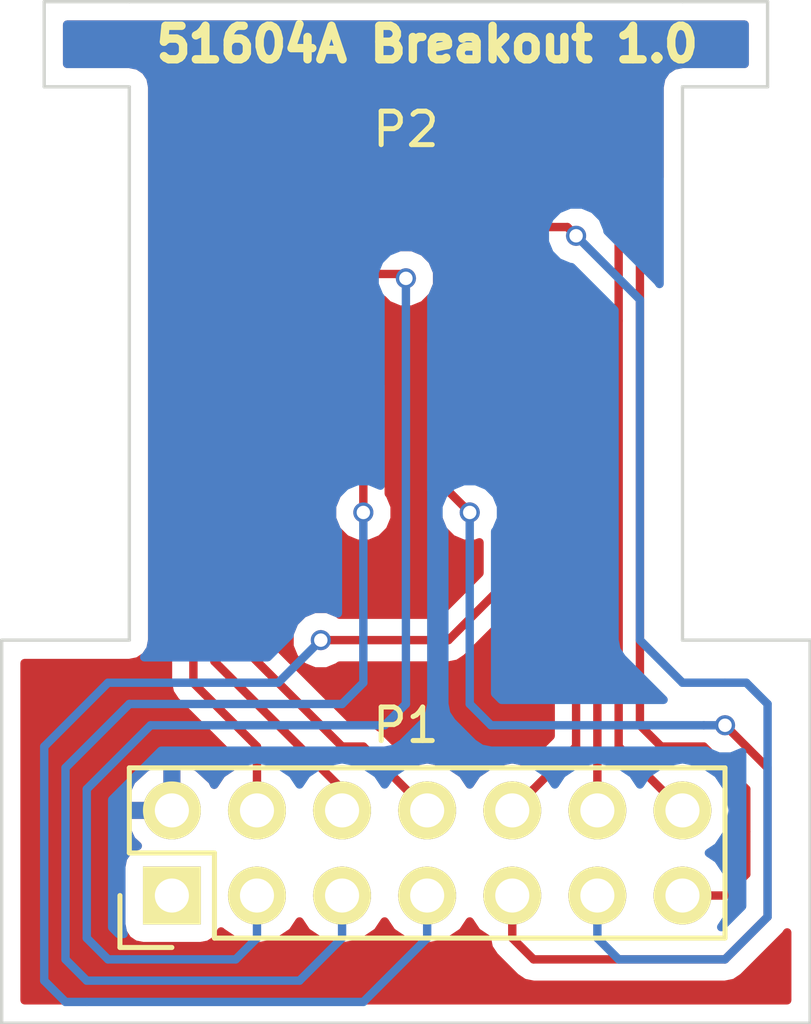
<source format=kicad_pcb>
(kicad_pcb (version 4) (host pcbnew 0.201506122246+5743~23~ubuntu14.04.1-product)

  (general
    (links 13)
    (no_connects 0)
    (area 31.086667 32.969999 58.470001 63.550001)
    (thickness 1.6)
    (drawings 15)
    (tracks 129)
    (zones 0)
    (modules 2)
    (nets 15)
  )

  (page A4)
  (layers
    (0 F.Cu signal)
    (31 B.Cu signal)
    (32 B.Adhes user)
    (33 F.Adhes user)
    (34 B.Paste user)
    (35 F.Paste user)
    (36 B.SilkS user)
    (37 F.SilkS user)
    (38 B.Mask user)
    (39 F.Mask user)
    (40 Dwgs.User user)
    (41 Cmts.User user)
    (42 Eco1.User user)
    (43 Eco2.User user)
    (44 Edge.Cuts user)
    (45 Margin user)
    (46 B.CrtYd user)
    (47 F.CrtYd user)
    (48 B.Fab user)
    (49 F.Fab user)
  )

  (setup
    (last_trace_width 0.25)
    (trace_clearance 0.2)
    (zone_clearance 0.508)
    (zone_45_only no)
    (trace_min 0.2)
    (segment_width 0.2)
    (edge_width 0.1)
    (via_size 0.6)
    (via_drill 0.4)
    (via_min_size 0.4)
    (via_min_drill 0.3)
    (uvia_size 0.3)
    (uvia_drill 0.1)
    (uvias_allowed no)
    (uvia_min_size 0.2)
    (uvia_min_drill 0.1)
    (pcb_text_width 0.3)
    (pcb_text_size 1.5 1.5)
    (mod_edge_width 0.15)
    (mod_text_size 1 1)
    (mod_text_width 0.15)
    (pad_size 1.5 1.5)
    (pad_drill 0.6)
    (pad_to_mask_clearance 0)
    (aux_axis_origin 0 0)
    (visible_elements FFFFFF7F)
    (pcbplotparams
      (layerselection 0x00000_00000001)
      (usegerberextensions false)
      (excludeedgelayer false)
      (linewidth 0.100000)
      (plotframeref false)
      (viasonmask false)
      (mode 1)
      (useauxorigin false)
      (hpglpennumber 1)
      (hpglpenspeed 20)
      (hpglpendiameter 15)
      (hpglpenoverlay 2)
      (psnegative false)
      (psa4output false)
      (plotreference true)
      (plotvalue true)
      (plotinvisibletext false)
      (padsonsilk false)
      (subtractmaskfromsilk false)
      (outputformat 4)
      (mirror false)
      (drillshape 0)
      (scaleselection 1)
      (outputdirectory ""))
  )

  (net 0 "")
  (net 1 "Net-(P1-Pad1)")
  (net 2 /VCC)
  (net 3 "Net-(P1-Pad3)")
  (net 4 "Net-(P1-Pad4)")
  (net 5 "Net-(P1-Pad5)")
  (net 6 "Net-(P1-Pad6)")
  (net 7 "Net-(P1-Pad7)")
  (net 8 "Net-(P1-Pad8)")
  (net 9 "Net-(P1-Pad9)")
  (net 10 "Net-(P1-Pad10)")
  (net 11 "Net-(P1-Pad11)")
  (net 12 "Net-(P1-Pad12)")
  (net 13 "Net-(P1-Pad13)")
  (net 14 "Net-(P1-Pad14)")

  (net_class Default "This is the default net class."
    (clearance 0.2)
    (trace_width 0.25)
    (via_dia 0.6)
    (via_drill 0.4)
    (uvia_dia 0.3)
    (uvia_drill 0.1)
    (add_net "Net-(P1-Pad1)")
    (add_net "Net-(P1-Pad10)")
    (add_net "Net-(P1-Pad11)")
    (add_net "Net-(P1-Pad12)")
    (add_net "Net-(P1-Pad13)")
    (add_net "Net-(P1-Pad14)")
    (add_net "Net-(P1-Pad3)")
    (add_net "Net-(P1-Pad4)")
    (add_net "Net-(P1-Pad5)")
    (add_net "Net-(P1-Pad6)")
    (add_net "Net-(P1-Pad7)")
    (add_net "Net-(P1-Pad8)")
    (add_net "Net-(P1-Pad9)")
  )

  (net_class VCC ""
    (clearance 0.2)
    (trace_width 0.5)
    (via_dia 0.6)
    (via_drill 0.4)
    (uvia_dia 0.3)
    (uvia_drill 0.1)
    (add_net /VCC)
  )

  (module Pin_Headers:Pin_Header_Straight_2x07 (layer F.Cu) (tedit 55842672) (tstamp 5583F767)
    (at 39.37 59.69 90)
    (descr "Through hole pin header")
    (tags "pin header")
    (path /5582B2A2)
    (fp_text reference P1 (at 5.08 6.985 180) (layer F.SilkS)
      (effects (font (size 1 1) (thickness 0.15)))
    )
    (fp_text value CONN_02X07 (at 1.905 -3.175 90) (layer F.Fab)
      (effects (font (size 1 1) (thickness 0.15)))
    )
    (fp_line (start -1.75 -1.75) (end -1.75 17) (layer F.CrtYd) (width 0.05))
    (fp_line (start 4.3 -1.75) (end 4.3 17) (layer F.CrtYd) (width 0.05))
    (fp_line (start -1.75 -1.75) (end 4.3 -1.75) (layer F.CrtYd) (width 0.05))
    (fp_line (start -1.75 17) (end 4.3 17) (layer F.CrtYd) (width 0.05))
    (fp_line (start 3.81 16.51) (end 3.81 -1.27) (layer F.SilkS) (width 0.15))
    (fp_line (start -1.27 1.27) (end -1.27 16.51) (layer F.SilkS) (width 0.15))
    (fp_line (start 3.81 16.51) (end -1.27 16.51) (layer F.SilkS) (width 0.15))
    (fp_line (start 3.81 -1.27) (end 1.27 -1.27) (layer F.SilkS) (width 0.15))
    (fp_line (start 0 -1.55) (end -1.55 -1.55) (layer F.SilkS) (width 0.15))
    (fp_line (start 1.27 -1.27) (end 1.27 1.27) (layer F.SilkS) (width 0.15))
    (fp_line (start 1.27 1.27) (end -1.27 1.27) (layer F.SilkS) (width 0.15))
    (fp_line (start -1.55 -1.55) (end -1.55 0) (layer F.SilkS) (width 0.15))
    (pad 1 thru_hole rect (at 0 0 90) (size 1.7272 1.7272) (drill 1.016) (layers *.Cu *.Mask F.SilkS)
      (net 1 "Net-(P1-Pad1)"))
    (pad 2 thru_hole oval (at 2.54 0 90) (size 1.7272 1.7272) (drill 1.016) (layers *.Cu *.Mask F.SilkS)
      (net 2 /VCC))
    (pad 3 thru_hole oval (at 0 2.54 90) (size 1.7272 1.7272) (drill 1.016) (layers *.Cu *.Mask F.SilkS)
      (net 3 "Net-(P1-Pad3)"))
    (pad 4 thru_hole oval (at 2.54 2.54 90) (size 1.7272 1.7272) (drill 1.016) (layers *.Cu *.Mask F.SilkS)
      (net 4 "Net-(P1-Pad4)"))
    (pad 5 thru_hole oval (at 0 5.08 90) (size 1.7272 1.7272) (drill 1.016) (layers *.Cu *.Mask F.SilkS)
      (net 5 "Net-(P1-Pad5)"))
    (pad 6 thru_hole oval (at 2.54 5.08 90) (size 1.7272 1.7272) (drill 1.016) (layers *.Cu *.Mask F.SilkS)
      (net 6 "Net-(P1-Pad6)"))
    (pad 7 thru_hole oval (at 0 7.62 90) (size 1.7272 1.7272) (drill 1.016) (layers *.Cu *.Mask F.SilkS)
      (net 7 "Net-(P1-Pad7)"))
    (pad 8 thru_hole oval (at 2.54 7.62 90) (size 1.7272 1.7272) (drill 1.016) (layers *.Cu *.Mask F.SilkS)
      (net 8 "Net-(P1-Pad8)"))
    (pad 9 thru_hole oval (at 0 10.16 90) (size 1.7272 1.7272) (drill 1.016) (layers *.Cu *.Mask F.SilkS)
      (net 9 "Net-(P1-Pad9)"))
    (pad 10 thru_hole oval (at 2.54 10.16 90) (size 1.7272 1.7272) (drill 1.016) (layers *.Cu *.Mask F.SilkS)
      (net 10 "Net-(P1-Pad10)"))
    (pad 11 thru_hole oval (at 0 12.7 90) (size 1.7272 1.7272) (drill 1.016) (layers *.Cu *.Mask F.SilkS)
      (net 11 "Net-(P1-Pad11)"))
    (pad 12 thru_hole oval (at 2.54 12.7 90) (size 1.7272 1.7272) (drill 1.016) (layers *.Cu *.Mask F.SilkS)
      (net 12 "Net-(P1-Pad12)"))
    (pad 13 thru_hole oval (at 0 15.24 90) (size 1.7272 1.7272) (drill 1.016) (layers *.Cu *.Mask F.SilkS)
      (net 13 "Net-(P1-Pad13)"))
    (pad 14 thru_hole oval (at 2.54 15.24 90) (size 1.7272 1.7272) (drill 1.016) (layers *.Cu *.Mask F.SilkS)
      (net 14 "Net-(P1-Pad14)"))
    (model Pin_Headers.3dshapes/Pin_Header_Straight_2x07.wrl
      (at (xyz 0.05 -0.3 0))
      (scale (xyz 1 1 1))
      (rotate (xyz 0 0 90))
    )
  )

  (module myParts:SpringContact (layer F.Cu) (tedit 55842667) (tstamp 5583F778)
    (at 44.45 45.72)
    (path /5582DC46)
    (fp_text reference P2 (at 1.905 -8.89) (layer F.SilkS)
      (effects (font (size 1 1) (thickness 0.15)))
    )
    (fp_text value Printhead (at 1.905 1.27) (layer F.Fab)
      (effects (font (size 1 1) (thickness 0.15)))
    )
    (pad 5 smd rect (at -1.05 -0.375) (size 2.1 0.75) (layers F.Cu F.Paste F.Mask)
      (net 8 "Net-(P1-Pad8)"))
    (pad 4 smd rect (at -1.05 -1.775) (size 2.1 0.75) (layers F.Cu F.Paste F.Mask)
      (net 5 "Net-(P1-Pad5)"))
    (pad 3 smd rect (at -1.05 -3.175) (size 2.1 0.75) (layers F.Cu F.Paste F.Mask)
      (net 6 "Net-(P1-Pad6)"))
    (pad 2 smd rect (at -1.05 -4.575) (size 2.1 0.75) (layers F.Cu F.Paste F.Mask)
      (net 3 "Net-(P1-Pad3)"))
    (pad 1 smd rect (at -1.05 -5.975) (size 2.1 0.75) (layers F.Cu F.Paste F.Mask)
      (net 4 "Net-(P1-Pad4)"))
    (pad 13 smd rect (at -1.05 -7.575) (size 2.1 0.75) (layers F.Cu F.Paste F.Mask)
      (net 2 /VCC))
    (pad 12 smd rect (at 4.86 -8.775) (size 2.1 0.75) (layers F.Cu F.Paste F.Mask)
      (net 13 "Net-(P1-Pad13)"))
    (pad 6 smd rect (at 4.86 -0.375) (size 2.1 0.75) (layers F.Cu F.Paste F.Mask)
      (net 7 "Net-(P1-Pad7)"))
    (pad 7 smd rect (at 4.86 -1.775) (size 2.1 0.75) (layers F.Cu F.Paste F.Mask)
      (net 10 "Net-(P1-Pad10)"))
    (pad 8 smd rect (at 4.86 -3.175) (size 2.1 0.75) (layers F.Cu F.Paste F.Mask)
      (net 9 "Net-(P1-Pad9)"))
    (pad 9 smd rect (at 4.86 -4.575) (size 2.1 0.75) (layers F.Cu F.Paste F.Mask)
      (net 12 "Net-(P1-Pad12)"))
    (pad 10 smd rect (at 4.86 -5.975) (size 2.1 0.75) (layers F.Cu F.Paste F.Mask)
      (net 11 "Net-(P1-Pad11)"))
    (pad 11 smd rect (at 4.86 -7.375) (size 2.1 0.75) (layers F.Cu F.Paste F.Mask)
      (net 14 "Net-(P1-Pad14)"))
  )

  (gr_text "51604A Breakout 1.0" (at 46.99 34.29) (layer F.SilkS)
    (effects (font (size 1 1) (thickness 0.25)))
  )
  (gr_line (start 57.15 33.02) (end 54.61 33.02) (angle 90) (layer Edge.Cuts) (width 0.1))
  (gr_line (start 57.15 35.56) (end 57.15 33.02) (angle 90) (layer Edge.Cuts) (width 0.1))
  (gr_line (start 54.61 35.56) (end 57.15 35.56) (angle 90) (layer Edge.Cuts) (width 0.1))
  (gr_line (start 35.56 33.02) (end 38.1 33.02) (angle 90) (layer Edge.Cuts) (width 0.1))
  (gr_line (start 35.56 35.56) (end 35.56 33.02) (angle 90) (layer Edge.Cuts) (width 0.1))
  (gr_line (start 38.1 35.56) (end 35.56 35.56) (angle 90) (layer Edge.Cuts) (width 0.1))
  (gr_line (start 38.1 35.56) (end 38.1 52.07) (angle 90) (layer Edge.Cuts) (width 0.1))
  (gr_line (start 54.61 35.56) (end 54.61 52.07) (angle 90) (layer Edge.Cuts) (width 0.1))
  (gr_line (start 58.42 52.07) (end 58.42 63.5) (angle 90) (layer Edge.Cuts) (width 0.1))
  (gr_line (start 54.61 52.07) (end 58.42 52.07) (angle 90) (layer Edge.Cuts) (width 0.1))
  (gr_line (start 34.29 52.07) (end 38.1 52.07) (angle 90) (layer Edge.Cuts) (width 0.1))
  (gr_line (start 34.29 63.5) (end 34.29 52.07) (angle 90) (layer Edge.Cuts) (width 0.1))
  (gr_line (start 58.42 63.5) (end 34.29 63.5) (angle 90) (layer Edge.Cuts) (width 0.1))
  (gr_line (start 38.1 33.02) (end 54.61 33.02) (angle 90) (layer Edge.Cuts) (width 0.1))

  (segment (start 46.355 41.275) (end 46.225 41.145) (width 0.25) (layer F.Cu) (net 3))
  (segment (start 46.355 53.975) (end 46.355 41.275) (width 0.25) (layer B.Cu) (net 3) (tstamp 55841BCA))
  (via (at 46.355 41.275) (size 0.6) (layers F.Cu B.Cu) (net 3))
  (segment (start 38.735 54.61) (end 43.815 54.61) (width 0.25) (layer B.Cu) (net 3))
  (segment (start 41.91 60.96) (end 41.275 61.595) (width 0.25) (layer B.Cu) (net 3) (tstamp 558418D8))
  (segment (start 41.275 61.595) (end 38.1 61.595) (width 0.25) (layer B.Cu) (net 3) (tstamp 558418D9))
  (segment (start 38.1 61.595) (end 37.465 61.595) (width 0.25) (layer B.Cu) (net 3) (tstamp 558418DB))
  (segment (start 37.465 61.595) (end 36.83 60.96) (width 0.25) (layer B.Cu) (net 3) (tstamp 558418DC))
  (segment (start 36.83 60.96) (end 36.83 56.515) (width 0.25) (layer B.Cu) (net 3) (tstamp 558418DD))
  (segment (start 36.83 56.515) (end 38.735 54.61) (width 0.25) (layer B.Cu) (net 3) (tstamp 558418DF))
  (segment (start 41.91 59.69) (end 41.91 60.96) (width 0.25) (layer B.Cu) (net 3))
  (segment (start 43.815 54.61) (end 45.72 54.61) (width 0.25) (layer B.Cu) (net 3) (tstamp 558419B4))
  (segment (start 45.72 54.61) (end 46.355 53.975) (width 0.25) (layer B.Cu) (net 3))
  (segment (start 46.225 41.145) (end 43.4 41.145) (width 0.25) (layer F.Cu) (net 3) (tstamp 55842510))
  (segment (start 43.4 41.145) (end 43.53 41.275) (width 0.25) (layer F.Cu) (net 3))
  (segment (start 40.64 53.975) (end 40.012502 53.347502) (width 0.25) (layer F.Cu) (net 4))
  (segment (start 43.4 39.745) (end 41.535 39.745) (width 0.25) (layer F.Cu) (net 4) (tstamp 558416AC))
  (segment (start 41.91 55.245) (end 41.91 57.15) (width 0.25) (layer F.Cu) (net 4))
  (segment (start 40.64 40.64) (end 41.275 40.005) (width 0.25) (layer F.Cu) (net 4) (tstamp 5584168C))
  (segment (start 41.91 55.245) (end 40.64 53.975) (width 0.25) (layer F.Cu) (net 4) (tstamp 55841684))
  (segment (start 41.275 40.005) (end 41.535 39.745) (width 0.25) (layer F.Cu) (net 4))
  (segment (start 40.012502 41.267498) (end 40.64 40.64) (width 0.25) (layer F.Cu) (net 4) (tstamp 55841784))
  (segment (start 40.012502 53.347502) (end 40.012502 41.267498) (width 0.25) (layer F.Cu) (net 4) (tstamp 5584177F))
  (segment (start 43.66 40.005) (end 43.4 39.745) (width 0.25) (layer F.Cu) (net 4) (tstamp 55840A6E))
  (segment (start 44.45 53.975) (end 45.085 53.34) (width 0.25) (layer B.Cu) (net 5))
  (segment (start 38.1 53.975) (end 42.995002 53.975) (width 0.25) (layer B.Cu) (net 5) (tstamp 55841EF7))
  (segment (start 42.995002 53.975) (end 44.45 53.975) (width 0.25) (layer B.Cu) (net 5) (tstamp 55841EF9))
  (segment (start 45.085 44.45) (end 44.58 43.945) (width 0.25) (layer F.Cu) (net 5))
  (via (at 45.085 48.26) (size 0.6) (layers F.Cu B.Cu) (net 5))
  (segment (start 45.085 48.26) (end 45.085 45.085) (width 0.25) (layer F.Cu) (net 5) (tstamp 55841C25))
  (segment (start 44.45 59.69) (end 44.45 60.96) (width 0.25) (layer B.Cu) (net 5))
  (segment (start 36.195 61.595) (end 36.195 55.88) (width 0.25) (layer B.Cu) (net 5) (tstamp 558419E7))
  (segment (start 36.83 62.23) (end 36.195 61.595) (width 0.25) (layer B.Cu) (net 5) (tstamp 558419E6))
  (segment (start 37.465 62.23) (end 36.83 62.23) (width 0.25) (layer B.Cu) (net 5) (tstamp 558419E5))
  (segment (start 43.18 62.23) (end 37.465 62.23) (width 0.25) (layer B.Cu) (net 5) (tstamp 558419E4))
  (segment (start 44.45 60.96) (end 43.18 62.23) (width 0.25) (layer B.Cu) (net 5) (tstamp 558419E3))
  (segment (start 45.085 44.45) (end 45.085 45.085) (width 0.25) (layer F.Cu) (net 5))
  (segment (start 44.58 43.945) (end 43.4 43.945) (width 0.25) (layer F.Cu) (net 5) (tstamp 55841C31))
  (segment (start 36.195 55.88) (end 38.1 53.975) (width 0.25) (layer B.Cu) (net 5))
  (segment (start 45.085 53.34) (end 45.085 48.26) (width 0.25) (layer B.Cu) (net 5) (tstamp 558424D2))
  (segment (start 43.945 43.945) (end 43.4 43.945) (width 0.25) (layer F.Cu) (net 5) (tstamp 55841C28))
  (segment (start 44.45 57.15) (end 44.45 56.515) (width 0.25) (layer F.Cu) (net 6))
  (segment (start 44.45 56.515) (end 43.18 55.245) (width 0.25) (layer F.Cu) (net 6))
  (segment (start 41.275 43.18) (end 41.91 42.545) (width 0.25) (layer F.Cu) (net 6))
  (segment (start 44.45 56.515) (end 44.45 56.515) (width 0.25) (layer F.Cu) (net 6))
  (segment (start 41.91 42.545) (end 43.4 42.545) (width 0.25) (layer F.Cu) (net 6) (tstamp 558416D5))
  (segment (start 41.275 43.18) (end 40.64 43.815) (width 0.25) (layer F.Cu) (net 6))
  (segment (start 40.64 52.705) (end 40.64 43.815) (width 0.25) (layer F.Cu) (net 6) (tstamp 558417AF))
  (segment (start 43.18 55.245) (end 40.64 52.705) (width 0.25) (layer F.Cu) (net 6) (tstamp 558417AE))
  (segment (start 42.545 42.545) (end 43.4 42.545) (width 0.25) (layer F.Cu) (net 6) (tstamp 5584009F))
  (segment (start 43.815 52.07) (end 42.545 53.34) (width 0.25) (layer B.Cu) (net 7))
  (segment (start 35.56 55.245) (end 37.465 53.34) (width 0.25) (layer B.Cu) (net 7))
  (segment (start 46.99 60.96) (end 45.085 62.865) (width 0.25) (layer B.Cu) (net 7) (tstamp 55841A05))
  (segment (start 45.085 62.865) (end 36.83 62.865) (width 0.25) (layer B.Cu) (net 7) (tstamp 55841A08))
  (segment (start 36.83 62.865) (end 36.195 62.865) (width 0.25) (layer B.Cu) (net 7) (tstamp 55841A0A))
  (segment (start 36.195 62.865) (end 35.56 62.23) (width 0.25) (layer B.Cu) (net 7) (tstamp 55841A0C))
  (segment (start 35.56 62.23) (end 35.56 55.245) (width 0.25) (layer B.Cu) (net 7) (tstamp 55841A0E))
  (segment (start 46.99 59.69) (end 46.99 60.96) (width 0.25) (layer B.Cu) (net 7))
  (segment (start 47.625 52.07) (end 49.31 50.385) (width 0.25) (layer F.Cu) (net 7))
  (segment (start 43.815 52.07) (end 47.625 52.07) (width 0.25) (layer F.Cu) (net 7) (tstamp 55841C0C))
  (via (at 43.815 52.07) (size 0.6) (layers F.Cu B.Cu) (net 7))
  (segment (start 49.31 50.385) (end 49.31 45.345) (width 0.25) (layer F.Cu) (net 7) (tstamp 55841C3D))
  (segment (start 42.545 53.34) (end 37.465 53.34) (width 0.25) (layer B.Cu) (net 7) (tstamp 558425FC))
  (segment (start 46.99 57.15) (end 45.085 55.245) (width 0.25) (layer F.Cu) (net 8))
  (segment (start 41.275 46.355) (end 42.285 45.345) (width 0.25) (layer F.Cu) (net 8))
  (segment (start 41.275 52.07) (end 41.275 46.355) (width 0.25) (layer F.Cu) (net 8) (tstamp 5584184C))
  (segment (start 42.285 45.345) (end 43.4 45.345) (width 0.25) (layer F.Cu) (net 8) (tstamp 55841858))
  (segment (start 41.275 52.07) (end 44.45 55.245) (width 0.25) (layer F.Cu) (net 8))
  (segment (start 45.085 55.245) (end 44.45 55.245) (width 0.25) (layer F.Cu) (net 8) (tstamp 558425D2))
  (segment (start 46.99 57.15) (end 46.99 57.15) (width 0.25) (layer F.Cu) (net 8))
  (segment (start 55.245 54.61) (end 55.88 54.61) (width 0.25) (layer B.Cu) (net 9))
  (segment (start 48.895 54.61) (end 48.26 53.975) (width 0.25) (layer B.Cu) (net 9))
  (via (at 48.26 48.26) (size 0.6) (layers F.Cu B.Cu) (net 9))
  (segment (start 48.26 48.26) (end 48.26 53.975) (width 0.25) (layer B.Cu) (net 9) (tstamp 55841CD6))
  (segment (start 48.26 42.545) (end 47.625 43.18) (width 0.25) (layer F.Cu) (net 9) (tstamp 55841C85))
  (segment (start 47.625 43.18) (end 47.625 47.625) (width 0.25) (layer F.Cu) (net 9) (tstamp 55841C87))
  (segment (start 47.625 47.625) (end 48.26 48.26) (width 0.25) (layer F.Cu) (net 9))
  (segment (start 55.245 54.61) (end 48.895 54.61) (width 0.25) (layer B.Cu) (net 9))
  (segment (start 49.53 60.96) (end 49.53 59.69) (width 0.25) (layer F.Cu) (net 9) (tstamp 55841D9E))
  (segment (start 50.165 61.595) (end 49.53 60.96) (width 0.25) (layer F.Cu) (net 9) (tstamp 55841D9C))
  (segment (start 55.88 61.595) (end 50.165 61.595) (width 0.25) (layer F.Cu) (net 9) (tstamp 55841D9B))
  (segment (start 57.15 60.325) (end 55.88 61.595) (width 0.25) (layer F.Cu) (net 9) (tstamp 55841D99))
  (segment (start 57.15 55.88) (end 57.15 60.325) (width 0.25) (layer F.Cu) (net 9) (tstamp 55841D98))
  (segment (start 55.88 54.61) (end 57.15 55.88) (width 0.25) (layer F.Cu) (net 9) (tstamp 55841D97))
  (via (at 55.88 54.61) (size 0.6) (layers F.Cu B.Cu) (net 9))
  (segment (start 49.31 42.545) (end 48.26 42.545) (width 0.25) (layer F.Cu) (net 9))
  (segment (start 49.53 57.15) (end 50.165 56.515) (width 0.25) (layer F.Cu) (net 10))
  (segment (start 51.435 45.085) (end 50.295 43.945) (width 0.25) (layer F.Cu) (net 10) (tstamp 5584012A))
  (segment (start 51.435 55.245) (end 51.435 45.085) (width 0.25) (layer F.Cu) (net 10) (tstamp 55840127))
  (segment (start 50.165 56.515) (end 51.435 55.245) (width 0.25) (layer F.Cu) (net 10) (tstamp 5584011D))
  (segment (start 50.295 43.945) (end 49.31 43.945) (width 0.25) (layer F.Cu) (net 10) (tstamp 5584012B))
  (segment (start 57.15 60.325) (end 57.15 60.325) (width 0.25) (layer B.Cu) (net 11))
  (segment (start 54.61 53.34) (end 55.88 53.34) (width 0.25) (layer B.Cu) (net 11) (tstamp 55841D64))
  (segment (start 52.07 59.69) (end 52.07 60.96) (width 0.25) (layer B.Cu) (net 11))
  (segment (start 51.175 39.745) (end 49.31 39.745) (width 0.25) (layer F.Cu) (net 11) (tstamp 5584053B))
  (segment (start 51.435 40.005) (end 51.175 39.745) (width 0.25) (layer F.Cu) (net 11) (tstamp 5584053A))
  (via (at 51.435 40.005) (size 0.6) (layers F.Cu B.Cu) (net 11))
  (segment (start 53.34 41.91) (end 51.435 40.005) (width 0.25) (layer B.Cu) (net 11) (tstamp 55840537))
  (segment (start 53.34 52.07) (end 53.34 41.91) (width 0.25) (layer B.Cu) (net 11) (tstamp 5584052F))
  (segment (start 55.88 61.595) (end 57.15 60.325) (width 0.25) (layer B.Cu) (net 11) (tstamp 55840523))
  (segment (start 52.705 61.595) (end 55.88 61.595) (width 0.25) (layer B.Cu) (net 11) (tstamp 55840521))
  (segment (start 52.07 60.96) (end 52.705 61.595) (width 0.25) (layer B.Cu) (net 11) (tstamp 55840520))
  (segment (start 53.34 52.07) (end 54.61 53.34) (width 0.25) (layer B.Cu) (net 11))
  (segment (start 56.515 53.34) (end 55.88 53.34) (width 0.25) (layer B.Cu) (net 11) (tstamp 55841DAA))
  (segment (start 57.15 53.975) (end 56.515 53.34) (width 0.25) (layer B.Cu) (net 11) (tstamp 55841DA8))
  (segment (start 57.15 60.325) (end 57.15 53.975) (width 0.25) (layer B.Cu) (net 11) (tstamp 55841DA6))
  (segment (start 52.07 57.15) (end 52.07 54.61) (width 0.25) (layer F.Cu) (net 12))
  (segment (start 50.67 41.145) (end 49.31 41.145) (width 0.25) (layer F.Cu) (net 12) (tstamp 558400D2))
  (segment (start 52.036671 42.543246) (end 50.67 41.145) (width 0.25) (layer F.Cu) (net 12) (tstamp 558400CF))
  (segment (start 52.07 53.975) (end 52.036671 42.543246) (width 0.25) (layer F.Cu) (net 12) (tstamp 558400CD))
  (segment (start 52.07 54.61) (end 52.07 53.975) (width 0.25) (layer F.Cu) (net 12) (tstamp 558400CB))
  (segment (start 55.245 55.245) (end 56.515 56.515) (width 0.25) (layer F.Cu) (net 13))
  (segment (start 56.515 57.785) (end 56.515 59.055) (width 0.25) (layer F.Cu) (net 13) (tstamp 558400B6))
  (segment (start 56.515 59.055) (end 55.88 59.69) (width 0.25) (layer F.Cu) (net 13) (tstamp 558400B8))
  (segment (start 54.61 59.69) (end 55.88 59.69) (width 0.25) (layer F.Cu) (net 13) (tstamp 558400BA))
  (segment (start 53.975 55.245) (end 55.245 55.245) (width 0.25) (layer F.Cu) (net 13) (tstamp 55841D0A))
  (segment (start 51.55 36.945) (end 49.31 36.945) (width 0.25) (layer F.Cu) (net 13))
  (segment (start 53.34 38.735) (end 53.34 54.61) (width 0.25) (layer F.Cu) (net 13) (tstamp 558400AD))
  (segment (start 51.55 36.945) (end 53.34 38.735) (width 0.25) (layer F.Cu) (net 13) (tstamp 558400AA))
  (segment (start 53.34 54.61) (end 53.975 55.245) (width 0.25) (layer F.Cu) (net 13))
  (segment (start 56.515 56.515) (end 56.515 57.785) (width 0.25) (layer F.Cu) (net 13) (tstamp 55841D14))
  (segment (start 52.07 38.735) (end 51.68 38.345) (width 0.25) (layer F.Cu) (net 14))
  (segment (start 52.705 55.245) (end 52.705 53.34) (width 0.25) (layer F.Cu) (net 14) (tstamp 558405EC))
  (segment (start 52.705 53.34) (end 52.705 42.545) (width 0.25) (layer F.Cu) (net 14) (tstamp 558405EE))
  (segment (start 52.705 42.545) (end 52.705 40.005) (width 0.25) (layer F.Cu) (net 14) (tstamp 558405EF))
  (segment (start 52.705 40.005) (end 52.705 39.37) (width 0.25) (layer F.Cu) (net 14) (tstamp 558405F1))
  (segment (start 52.705 39.37) (end 52.07 38.735) (width 0.25) (layer F.Cu) (net 14) (tstamp 558405F6))
  (segment (start 54.61 57.15) (end 52.705 55.245) (width 0.25) (layer F.Cu) (net 14))
  (segment (start 51.68 38.345) (end 49.31 38.345) (width 0.25) (layer F.Cu) (net 14) (tstamp 55840605))

  (zone (net 2) (net_name /VCC) (layer F.Cu) (tstamp 5587C683) (hatch edge 0.508)
    (connect_pads (clearance 0.508))
    (min_thickness 0.254)
    (fill yes (arc_segments 16) (thermal_gap 0.508) (thermal_bridge_width 0.508))
    (polygon
      (pts
        (xy 58.42 63.5) (xy 34.29 63.5) (xy 34.29 52.07) (xy 38.1 52.07) (xy 38.1 35.56)
        (xy 35.56 35.56) (xy 35.56 33.02) (xy 57.15 33.02) (xy 57.15 35.56) (xy 54.61 35.56)
        (xy 54.61 52.07) (xy 58.42 52.07)
      )
    )
    (filled_polygon
      (pts
        (xy 56.465 34.875) (xy 56.465 34.875) (xy 54.61 34.875) (xy 54.347862 34.927143) (xy 54.125632 35.075632)
        (xy 53.977143 35.297862) (xy 53.925 35.56) (xy 53.925 38.268836) (xy 53.877401 38.197599) (xy 52.087401 36.407599)
        (xy 51.840839 36.242852) (xy 51.55 36.185) (xy 50.866608 36.185) (xy 50.820673 36.115073) (xy 50.60964 35.972623)
        (xy 50.36 35.92256) (xy 48.26 35.92256) (xy 48.017877 35.969537) (xy 47.805073 36.109327) (xy 47.662623 36.32036)
        (xy 47.61256 36.57) (xy 47.61256 37.32) (xy 47.659537 37.562123) (xy 47.713739 37.644635) (xy 47.662623 37.72036)
        (xy 47.61256 37.97) (xy 47.61256 38.72) (xy 47.659537 38.962123) (xy 47.713739 39.044635) (xy 47.662623 39.12036)
        (xy 47.61256 39.37) (xy 47.61256 40.12) (xy 47.659537 40.362123) (xy 47.713739 40.444635) (xy 47.662623 40.52036)
        (xy 47.61256 40.77) (xy 47.61256 41.52) (xy 47.659537 41.762123) (xy 47.713739 41.844635) (xy 47.662623 41.92036)
        (xy 47.625695 42.104503) (xy 47.087599 42.642599) (xy 46.922852 42.889161) (xy 46.865 43.18) (xy 46.865 47.625)
        (xy 46.922852 47.915839) (xy 47.087599 48.162401) (xy 47.324878 48.39968) (xy 47.324838 48.445167) (xy 47.466883 48.788943)
        (xy 47.729673 49.052192) (xy 48.073201 49.194838) (xy 48.445167 49.195162) (xy 48.55 49.151846) (xy 48.55 50.070198)
        (xy 47.310198 51.31) (xy 44.377463 51.31) (xy 44.345327 51.277808) (xy 44.001799 51.135162) (xy 43.629833 51.134838)
        (xy 43.286057 51.276883) (xy 43.022808 51.539673) (xy 42.880162 51.883201) (xy 42.879838 52.255167) (xy 43.021883 52.598943)
        (xy 43.284673 52.862192) (xy 43.628201 53.004838) (xy 44.000167 53.005162) (xy 44.343943 52.863117) (xy 44.377118 52.83)
        (xy 47.625 52.83) (xy 47.915839 52.772148) (xy 48.162401 52.607401) (xy 49.847401 50.922401) (xy 50.012148 50.675839)
        (xy 50.07 50.385) (xy 50.07 46.36744) (xy 50.36 46.36744) (xy 50.602123 46.320463) (xy 50.675 46.27259)
        (xy 50.675 54.930198) (xy 49.907973 55.697225) (xy 49.53 55.622041) (xy 48.956511 55.736115) (xy 48.47033 56.060971)
        (xy 48.26 56.375752) (xy 48.04967 56.060971) (xy 47.563489 55.736115) (xy 46.99 55.622041) (xy 46.612027 55.697225)
        (xy 45.622401 54.707599) (xy 45.375839 54.542852) (xy 45.085 54.485) (xy 44.764802 54.485) (xy 42.035 51.755198)
        (xy 42.035 46.669802) (xy 42.339473 46.365329) (xy 42.35 46.36744) (xy 44.325 46.36744) (xy 44.325 47.697537)
        (xy 44.292808 47.729673) (xy 44.150162 48.073201) (xy 44.149838 48.445167) (xy 44.291883 48.788943) (xy 44.554673 49.052192)
        (xy 44.898201 49.194838) (xy 45.270167 49.195162) (xy 45.613943 49.053117) (xy 45.877192 48.790327) (xy 46.019838 48.446799)
        (xy 46.020162 48.074833) (xy 45.878117 47.731057) (xy 45.845 47.697882) (xy 45.845 44.45) (xy 45.787148 44.159161)
        (xy 45.622401 43.912599) (xy 45.117401 43.407599) (xy 45.058264 43.368085) (xy 45.050463 43.327877) (xy 44.996261 43.245365)
        (xy 45.047377 43.16964) (xy 45.09744 42.92) (xy 45.09744 42.17) (xy 45.050463 41.927877) (xy 45.035435 41.905)
        (xy 45.662764 41.905) (xy 45.824673 42.067192) (xy 46.168201 42.209838) (xy 46.540167 42.210162) (xy 46.883943 42.068117)
        (xy 47.147192 41.805327) (xy 47.289838 41.461799) (xy 47.290162 41.089833) (xy 47.148117 40.746057) (xy 46.885327 40.482808)
        (xy 46.541799 40.340162) (xy 46.169833 40.339838) (xy 46.060532 40.385) (xy 45.037009 40.385) (xy 45.047377 40.36964)
        (xy 45.09744 40.12) (xy 45.09744 39.37) (xy 45.050463 39.127877) (xy 44.927435 38.94059) (xy 44.988327 38.879699)
        (xy 45.085 38.64631) (xy 45.085 38.43075) (xy 44.92625 38.272) (xy 43.527 38.272) (xy 43.527 38.292)
        (xy 43.273 38.292) (xy 43.273 38.272) (xy 41.87375 38.272) (xy 41.715 38.43075) (xy 41.715 38.64631)
        (xy 41.811673 38.879699) (xy 41.873404 38.941429) (xy 41.843993 38.985) (xy 41.535 38.985) (xy 41.244161 39.042852)
        (xy 40.997599 39.207599) (xy 39.475101 40.730097) (xy 39.310354 40.976659) (xy 39.252502 41.267498) (xy 39.252502 53.347502)
        (xy 39.310354 53.638341) (xy 39.475101 53.884903) (xy 41.15 55.559802) (xy 41.15 55.860738) (xy 40.85033 56.060971)
        (xy 40.634336 56.384228) (xy 40.576821 56.26151) (xy 40.144947 55.867312) (xy 39.729026 55.695042) (xy 39.497 55.816183)
        (xy 39.497 57.023) (xy 39.517 57.023) (xy 39.517 57.277) (xy 39.497 57.277) (xy 39.497 57.297)
        (xy 39.243 57.297) (xy 39.243 57.277) (xy 38.035531 57.277) (xy 37.915032 57.509027) (xy 38.163179 58.03849)
        (xy 38.350264 58.209254) (xy 38.264277 58.225937) (xy 38.051473 58.365727) (xy 37.909023 58.57676) (xy 37.85896 58.8264)
        (xy 37.85896 60.5536) (xy 37.905937 60.795723) (xy 38.045727 61.008527) (xy 38.25676 61.150977) (xy 38.5064 61.20104)
        (xy 40.2336 61.20104) (xy 40.475723 61.154063) (xy 40.688527 61.014273) (xy 40.830977 60.80324) (xy 40.839179 60.76234)
        (xy 40.85033 60.779029) (xy 41.336511 61.103885) (xy 41.91 61.217959) (xy 42.483489 61.103885) (xy 42.96967 60.779029)
        (xy 43.18 60.464248) (xy 43.39033 60.779029) (xy 43.876511 61.103885) (xy 44.45 61.217959) (xy 45.023489 61.103885)
        (xy 45.50967 60.779029) (xy 45.72 60.464248) (xy 45.93033 60.779029) (xy 46.416511 61.103885) (xy 46.99 61.217959)
        (xy 47.563489 61.103885) (xy 48.04967 60.779029) (xy 48.26 60.464248) (xy 48.47033 60.779029) (xy 48.774419 60.982215)
        (xy 48.827852 61.250839) (xy 48.992599 61.497401) (xy 49.627599 62.132401) (xy 49.874161 62.297148) (xy 50.165 62.355)
        (xy 55.88 62.355) (xy 56.170839 62.297148) (xy 56.417401 62.132401) (xy 57.687401 60.862401) (xy 57.735 60.791164)
        (xy 57.735 62.815) (xy 34.975 62.815) (xy 34.975 55.695042) (xy 39.010974 55.695042) (xy 38.595053 55.867312)
        (xy 38.163179 56.26151) (xy 37.915032 56.790973) (xy 38.035531 57.023) (xy 39.243 57.023) (xy 39.243 55.816183)
        (xy 39.010974 55.695042) (xy 34.975 55.695042) (xy 34.975 52.755) (xy 38.1 52.755) (xy 38.362138 52.702857)
        (xy 38.584368 52.554368) (xy 38.732857 52.332138) (xy 38.785 52.07) (xy 38.785 37.135) (xy 42.223691 37.135)
        (xy 41.990302 37.231673) (xy 41.811673 37.410301) (xy 41.715 37.64369) (xy 41.715 37.85925) (xy 41.87375 38.018)
        (xy 43.273 38.018) (xy 43.273 37.29375) (xy 43.11425 37.135) (xy 43.68575 37.135) (xy 43.527 37.29375)
        (xy 43.527 38.018) (xy 44.92625 38.018) (xy 45.085 37.85925) (xy 45.085 37.64369) (xy 44.988327 37.410301)
        (xy 44.809698 37.231673) (xy 44.576309 37.135) (xy 43.68575 37.135) (xy 43.11425 37.135) (xy 43.11425 37.135)
        (xy 42.223691 37.135) (xy 38.785 37.135) (xy 38.785 35.56) (xy 38.732857 35.297862) (xy 38.584368 35.075632)
        (xy 38.362138 34.927143) (xy 38.1 34.875) (xy 36.245 34.875) (xy 36.245 33.705) (xy 56.465 33.705)
        (xy 56.465 34.875)
      )
    )
  )
  (zone (net 2) (net_name /VCC) (layer B.Cu) (tstamp 5587C6A2) (hatch edge 0.508)
    (connect_pads (clearance 0.508))
    (min_thickness 0.254)
    (fill yes (arc_segments 16) (thermal_gap 0.508) (thermal_bridge_width 0.508))
    (polygon
      (pts
        (xy 58.42 63.5) (xy 34.29 63.5) (xy 34.29 52.07) (xy 38.1 52.07) (xy 38.1 35.56)
        (xy 35.56 35.56) (xy 35.56 33.02) (xy 57.15 33.02) (xy 57.15 35.56) (xy 54.61 35.56)
        (xy 54.61 52.07) (xy 58.42 52.07)
      )
    )
    (filled_polygon
      (pts
        (xy 56.465 34.875) (xy 56.465 34.875) (xy 54.61 34.875) (xy 54.347862 34.927143) (xy 54.125632 35.075632)
        (xy 53.977143 35.297862) (xy 53.925 35.56) (xy 53.925 41.443836) (xy 53.877401 41.372599) (xy 52.370122 39.86532)
        (xy 52.370162 39.819833) (xy 52.228117 39.476057) (xy 51.965327 39.212808) (xy 51.621799 39.070162) (xy 51.249833 39.069838)
        (xy 50.906057 39.211883) (xy 50.642808 39.474673) (xy 50.500162 39.818201) (xy 50.499838 40.190167) (xy 50.641883 40.533943)
        (xy 50.904673 40.797192) (xy 51.248201 40.939838) (xy 51.295077 40.939879) (xy 52.58 42.224802) (xy 52.58 52.07)
        (xy 52.637852 52.360839) (xy 52.802599 52.607401) (xy 54.045198 53.85) (xy 49.209802 53.85) (xy 49.02 53.660198)
        (xy 49.02 48.822463) (xy 49.052192 48.790327) (xy 49.194838 48.446799) (xy 49.195162 48.074833) (xy 49.053117 47.731057)
        (xy 48.790327 47.467808) (xy 48.446799 47.325162) (xy 48.074833 47.324838) (xy 47.731057 47.466883) (xy 47.467808 47.729673)
        (xy 47.325162 48.073201) (xy 47.324838 48.445167) (xy 47.466883 48.788943) (xy 47.5 48.822118) (xy 47.5 53.975)
        (xy 47.557852 54.265839) (xy 47.722599 54.512401) (xy 48.357599 55.147401) (xy 48.604161 55.312148) (xy 48.895 55.37)
        (xy 55.317537 55.37) (xy 55.349673 55.402192) (xy 55.693201 55.544838) (xy 56.065167 55.545162) (xy 56.39 55.410944)
        (xy 56.39 60.010198) (xy 55.767335 60.632863) (xy 55.994526 60.292848) (xy 56.1086 59.719359) (xy 56.1086 59.660641)
        (xy 55.994526 59.087152) (xy 55.66967 58.600971) (xy 55.398828 58.42) (xy 55.66967 58.239029) (xy 55.994526 57.752848)
        (xy 56.1086 57.179359) (xy 56.1086 57.120641) (xy 55.994526 56.547152) (xy 55.66967 56.060971) (xy 55.183489 55.736115)
        (xy 54.61 55.622041) (xy 54.036511 55.736115) (xy 53.55033 56.060971) (xy 53.34 56.375752) (xy 53.12967 56.060971)
        (xy 52.643489 55.736115) (xy 52.07 55.622041) (xy 51.496511 55.736115) (xy 51.01033 56.060971) (xy 50.8 56.375752)
        (xy 50.58967 56.060971) (xy 50.103489 55.736115) (xy 49.53 55.622041) (xy 48.956511 55.736115) (xy 48.47033 56.060971)
        (xy 48.26 56.375752) (xy 48.04967 56.060971) (xy 47.563489 55.736115) (xy 46.99 55.622041) (xy 46.416511 55.736115)
        (xy 45.93033 56.060971) (xy 45.72 56.375752) (xy 45.50967 56.060971) (xy 45.023489 55.736115) (xy 44.45 55.622041)
        (xy 43.876511 55.736115) (xy 43.39033 56.060971) (xy 43.18 56.375752) (xy 42.96967 56.060971) (xy 42.483489 55.736115)
        (xy 41.91 55.622041) (xy 41.336511 55.736115) (xy 40.85033 56.060971) (xy 40.634336 56.384228) (xy 40.576821 56.26151)
        (xy 40.144947 55.867312) (xy 39.729026 55.695042) (xy 39.497 55.816183) (xy 39.497 57.023) (xy 39.517 57.023)
        (xy 39.517 57.277) (xy 39.497 57.277) (xy 39.497 57.297) (xy 39.243 57.297) (xy 39.243 57.277)
        (xy 38.035531 57.277) (xy 37.915032 57.509027) (xy 38.163179 58.03849) (xy 38.350264 58.209254) (xy 38.264277 58.225937)
        (xy 38.051473 58.365727) (xy 37.909023 58.57676) (xy 37.85896 58.8264) (xy 37.85896 60.5536) (xy 37.905937 60.795723)
        (xy 37.931738 60.835) (xy 37.779802 60.835) (xy 37.59 60.645198) (xy 37.59 56.829802) (xy 38.72476 55.695042)
        (xy 39.010974 55.695042) (xy 38.595053 55.867312) (xy 38.163179 56.26151) (xy 37.915032 56.790973) (xy 38.035531 57.023)
        (xy 39.243 57.023) (xy 39.243 55.816183) (xy 39.010974 55.695042) (xy 38.72476 55.695042) (xy 39.049802 55.37)
        (xy 45.72 55.37) (xy 46.010839 55.312148) (xy 46.257401 55.147401) (xy 46.892401 54.512401) (xy 47.057148 54.265839)
        (xy 47.115 53.975) (xy 47.115 41.837463) (xy 47.147192 41.805327) (xy 47.289838 41.461799) (xy 47.290162 41.089833)
        (xy 47.148117 40.746057) (xy 46.885327 40.482808) (xy 46.541799 40.340162) (xy 46.169833 40.339838) (xy 45.826057 40.481883)
        (xy 45.562808 40.744673) (xy 45.420162 41.088201) (xy 45.419838 41.460167) (xy 45.561883 41.803943) (xy 45.595 41.837118)
        (xy 45.595 47.459367) (xy 45.271799 47.325162) (xy 44.899833 47.324838) (xy 44.556057 47.466883) (xy 44.292808 47.729673)
        (xy 44.150162 48.073201) (xy 44.149838 48.445167) (xy 44.291883 48.788943) (xy 44.325 48.822118) (xy 44.325 51.269367)
        (xy 44.001799 51.135162) (xy 43.629833 51.134838) (xy 43.286057 51.276883) (xy 43.022808 51.539673) (xy 42.880162 51.883201)
        (xy 42.880121 51.930077) (xy 42.230198 52.58) (xy 38.546007 52.58) (xy 38.584368 52.554368) (xy 38.732857 52.332138)
        (xy 38.785 52.07) (xy 38.785 35.56) (xy 38.732857 35.297862) (xy 38.584368 35.075632) (xy 38.362138 34.927143)
        (xy 38.1 34.875) (xy 36.245 34.875) (xy 36.245 33.705) (xy 56.465 33.705) (xy 56.465 34.875)
      )
    )
  )
)

</source>
